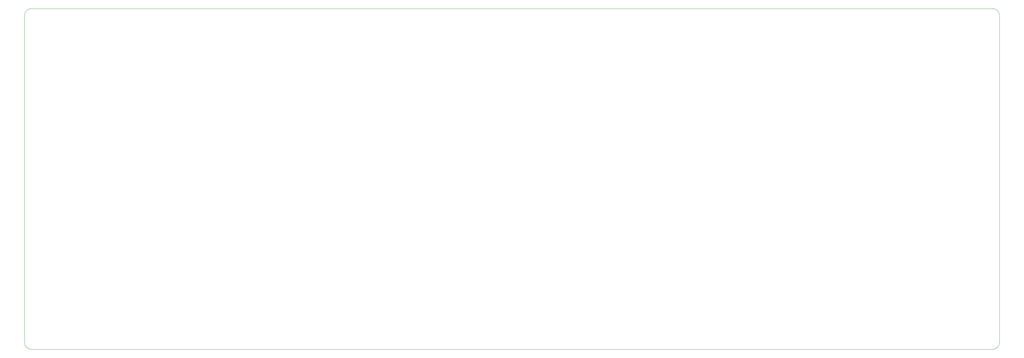
<source format=gbr>
G04 #@! TF.GenerationSoftware,KiCad,Pcbnew,(5.1.9)-1*
G04 #@! TF.CreationDate,2021-04-13T11:57:25+01:00*
G04 #@! TF.ProjectId,Env-KB60,456e762d-4b42-4363-902e-6b696361645f,rev?*
G04 #@! TF.SameCoordinates,Original*
G04 #@! TF.FileFunction,Profile,NP*
%FSLAX46Y46*%
G04 Gerber Fmt 4.6, Leading zero omitted, Abs format (unit mm)*
G04 Created by KiCad (PCBNEW (5.1.9)-1) date 2021-04-13 11:57:25*
%MOMM*%
%LPD*%
G01*
G04 APERTURE LIST*
G04 #@! TA.AperFunction,Profile*
%ADD10C,0.100000*%
G04 #@! TD*
G04 APERTURE END LIST*
D10*
X352000000Y-74000000D02*
G75*
G02*
X354000000Y-76000000I0J-2000000D01*
G01*
X354000000Y-172000000D02*
G75*
G02*
X352000000Y-174000000I-2000000J0D01*
G01*
X70000000Y-174000000D02*
G75*
G02*
X68000000Y-172000000I0J2000000D01*
G01*
X68000000Y-76000000D02*
G75*
G02*
X70000000Y-74000000I2000000J0D01*
G01*
X68000000Y-172000000D02*
X68000000Y-76000000D01*
X352000000Y-174000000D02*
X70000000Y-174000000D01*
X354000000Y-76000000D02*
X354000000Y-172000000D01*
X70000000Y-74000000D02*
X352000000Y-74000000D01*
M02*

</source>
